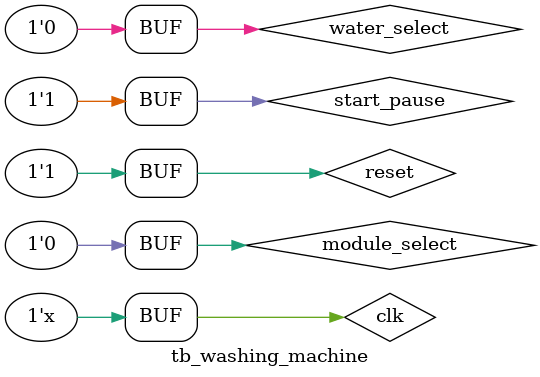
<source format=v>
`timescale 1ns / 1ps


module tb_washing_machine();
reg   clk,reset,start_pause,module_select,water_select;
    wire   in_led,out_led;
    wire  start_led,power_led,wash_led,rinse_led,dry_led;
    wire [3:0] water_level;
    wire [2:0] model_now;
    wire [5:0] time_now;   
    wire [5:0] time_all;      
    wire power_off;
    wire if_finish;  
     Washing_machine tb (clk,reset,start_pause,module_select,water_select,power_led,start_led,
    wash_led,rinse_led,dry_led,in_led,out_led,state,count,buzzer_led,
    water_level,model_now,time_now,time_all,power_off,if_finish);
   initial    begin
        clk <= 1;
             end   
       initial    begin
          reset <= 1;
          start_pause <= 0;
          water_select <= 0;
          module_select <= 0;        
          #(5) start_pause <= 1;  
          end    
          always  begin
          #(5) clk <= ~clk;
          end 
endmodule

</source>
